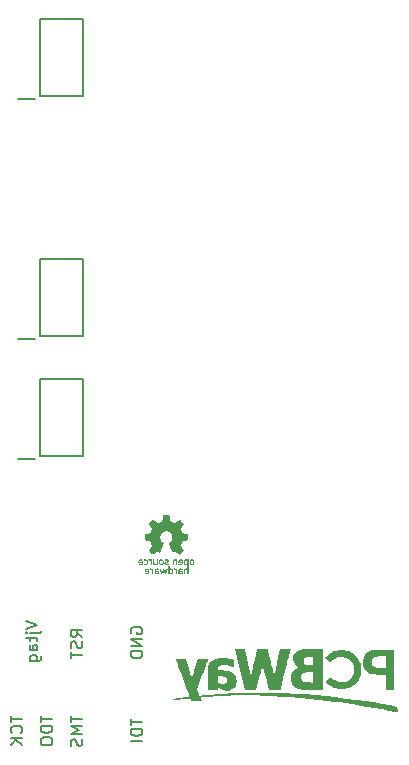
<source format=gbo>
G04 #@! TF.GenerationSoftware,KiCad,Pcbnew,7.0.1*
G04 #@! TF.CreationDate,2023-04-30T12:50:43-04:00*
G04 #@! TF.ProjectId,5v levelshifter board,3576206c-6576-4656-9c73-686966746572,rev?*
G04 #@! TF.SameCoordinates,Original*
G04 #@! TF.FileFunction,Legend,Bot*
G04 #@! TF.FilePolarity,Positive*
%FSLAX46Y46*%
G04 Gerber Fmt 4.6, Leading zero omitted, Abs format (unit mm)*
G04 Created by KiCad (PCBNEW 7.0.1) date 2023-04-30 12:50:43*
%MOMM*%
%LPD*%
G01*
G04 APERTURE LIST*
%ADD10C,0.150000*%
%ADD11C,0.200000*%
G04 APERTURE END LIST*
D10*
X128417619Y-146526238D02*
X128417619Y-147097666D01*
X129417619Y-146811952D02*
X128417619Y-146811952D01*
X129322380Y-148002428D02*
X129370000Y-147954809D01*
X129370000Y-147954809D02*
X129417619Y-147811952D01*
X129417619Y-147811952D02*
X129417619Y-147716714D01*
X129417619Y-147716714D02*
X129370000Y-147573857D01*
X129370000Y-147573857D02*
X129274761Y-147478619D01*
X129274761Y-147478619D02*
X129179523Y-147431000D01*
X129179523Y-147431000D02*
X128989047Y-147383381D01*
X128989047Y-147383381D02*
X128846190Y-147383381D01*
X128846190Y-147383381D02*
X128655714Y-147431000D01*
X128655714Y-147431000D02*
X128560476Y-147478619D01*
X128560476Y-147478619D02*
X128465238Y-147573857D01*
X128465238Y-147573857D02*
X128417619Y-147716714D01*
X128417619Y-147716714D02*
X128417619Y-147811952D01*
X128417619Y-147811952D02*
X128465238Y-147954809D01*
X128465238Y-147954809D02*
X128512857Y-148002428D01*
X129417619Y-148431000D02*
X128417619Y-148431000D01*
X129417619Y-149002428D02*
X128846190Y-148573857D01*
X128417619Y-149002428D02*
X128989047Y-148431000D01*
X130957619Y-146526238D02*
X130957619Y-147097666D01*
X131957619Y-146811952D02*
X130957619Y-146811952D01*
X131957619Y-147431000D02*
X130957619Y-147431000D01*
X130957619Y-147431000D02*
X130957619Y-147669095D01*
X130957619Y-147669095D02*
X131005238Y-147811952D01*
X131005238Y-147811952D02*
X131100476Y-147907190D01*
X131100476Y-147907190D02*
X131195714Y-147954809D01*
X131195714Y-147954809D02*
X131386190Y-148002428D01*
X131386190Y-148002428D02*
X131529047Y-148002428D01*
X131529047Y-148002428D02*
X131719523Y-147954809D01*
X131719523Y-147954809D02*
X131814761Y-147907190D01*
X131814761Y-147907190D02*
X131910000Y-147811952D01*
X131910000Y-147811952D02*
X131957619Y-147669095D01*
X131957619Y-147669095D02*
X131957619Y-147431000D01*
X130957619Y-148621476D02*
X130957619Y-148811952D01*
X130957619Y-148811952D02*
X131005238Y-148907190D01*
X131005238Y-148907190D02*
X131100476Y-149002428D01*
X131100476Y-149002428D02*
X131290952Y-149050047D01*
X131290952Y-149050047D02*
X131624285Y-149050047D01*
X131624285Y-149050047D02*
X131814761Y-149002428D01*
X131814761Y-149002428D02*
X131910000Y-148907190D01*
X131910000Y-148907190D02*
X131957619Y-148811952D01*
X131957619Y-148811952D02*
X131957619Y-148621476D01*
X131957619Y-148621476D02*
X131910000Y-148526238D01*
X131910000Y-148526238D02*
X131814761Y-148431000D01*
X131814761Y-148431000D02*
X131624285Y-148383381D01*
X131624285Y-148383381D02*
X131290952Y-148383381D01*
X131290952Y-148383381D02*
X131100476Y-148431000D01*
X131100476Y-148431000D02*
X131005238Y-148526238D01*
X131005238Y-148526238D02*
X130957619Y-148621476D01*
X133497619Y-146526238D02*
X133497619Y-147097666D01*
X134497619Y-146811952D02*
X133497619Y-146811952D01*
X134497619Y-147431000D02*
X133497619Y-147431000D01*
X133497619Y-147431000D02*
X134211904Y-147764333D01*
X134211904Y-147764333D02*
X133497619Y-148097666D01*
X133497619Y-148097666D02*
X134497619Y-148097666D01*
X134450000Y-148526238D02*
X134497619Y-148669095D01*
X134497619Y-148669095D02*
X134497619Y-148907190D01*
X134497619Y-148907190D02*
X134450000Y-149002428D01*
X134450000Y-149002428D02*
X134402380Y-149050047D01*
X134402380Y-149050047D02*
X134307142Y-149097666D01*
X134307142Y-149097666D02*
X134211904Y-149097666D01*
X134211904Y-149097666D02*
X134116666Y-149050047D01*
X134116666Y-149050047D02*
X134069047Y-149002428D01*
X134069047Y-149002428D02*
X134021428Y-148907190D01*
X134021428Y-148907190D02*
X133973809Y-148716714D01*
X133973809Y-148716714D02*
X133926190Y-148621476D01*
X133926190Y-148621476D02*
X133878571Y-148573857D01*
X133878571Y-148573857D02*
X133783333Y-148526238D01*
X133783333Y-148526238D02*
X133688095Y-148526238D01*
X133688095Y-148526238D02*
X133592857Y-148573857D01*
X133592857Y-148573857D02*
X133545238Y-148621476D01*
X133545238Y-148621476D02*
X133497619Y-148716714D01*
X133497619Y-148716714D02*
X133497619Y-148954809D01*
X133497619Y-148954809D02*
X133545238Y-149097666D01*
X138577619Y-146780238D02*
X138577619Y-147351666D01*
X139577619Y-147065952D02*
X138577619Y-147065952D01*
X139577619Y-147685000D02*
X138577619Y-147685000D01*
X138577619Y-147685000D02*
X138577619Y-147923095D01*
X138577619Y-147923095D02*
X138625238Y-148065952D01*
X138625238Y-148065952D02*
X138720476Y-148161190D01*
X138720476Y-148161190D02*
X138815714Y-148208809D01*
X138815714Y-148208809D02*
X139006190Y-148256428D01*
X139006190Y-148256428D02*
X139149047Y-148256428D01*
X139149047Y-148256428D02*
X139339523Y-148208809D01*
X139339523Y-148208809D02*
X139434761Y-148161190D01*
X139434761Y-148161190D02*
X139530000Y-148065952D01*
X139530000Y-148065952D02*
X139577619Y-147923095D01*
X139577619Y-147923095D02*
X139577619Y-147685000D01*
X139577619Y-148685000D02*
X138577619Y-148685000D01*
X138625238Y-139572904D02*
X138577619Y-139477666D01*
X138577619Y-139477666D02*
X138577619Y-139334809D01*
X138577619Y-139334809D02*
X138625238Y-139191952D01*
X138625238Y-139191952D02*
X138720476Y-139096714D01*
X138720476Y-139096714D02*
X138815714Y-139049095D01*
X138815714Y-139049095D02*
X139006190Y-139001476D01*
X139006190Y-139001476D02*
X139149047Y-139001476D01*
X139149047Y-139001476D02*
X139339523Y-139049095D01*
X139339523Y-139049095D02*
X139434761Y-139096714D01*
X139434761Y-139096714D02*
X139530000Y-139191952D01*
X139530000Y-139191952D02*
X139577619Y-139334809D01*
X139577619Y-139334809D02*
X139577619Y-139430047D01*
X139577619Y-139430047D02*
X139530000Y-139572904D01*
X139530000Y-139572904D02*
X139482380Y-139620523D01*
X139482380Y-139620523D02*
X139149047Y-139620523D01*
X139149047Y-139620523D02*
X139149047Y-139430047D01*
X139577619Y-140049095D02*
X138577619Y-140049095D01*
X138577619Y-140049095D02*
X139577619Y-140620523D01*
X139577619Y-140620523D02*
X138577619Y-140620523D01*
X139577619Y-141096714D02*
X138577619Y-141096714D01*
X138577619Y-141096714D02*
X138577619Y-141334809D01*
X138577619Y-141334809D02*
X138625238Y-141477666D01*
X138625238Y-141477666D02*
X138720476Y-141572904D01*
X138720476Y-141572904D02*
X138815714Y-141620523D01*
X138815714Y-141620523D02*
X139006190Y-141668142D01*
X139006190Y-141668142D02*
X139149047Y-141668142D01*
X139149047Y-141668142D02*
X139339523Y-141620523D01*
X139339523Y-141620523D02*
X139434761Y-141572904D01*
X139434761Y-141572904D02*
X139530000Y-141477666D01*
X139530000Y-141477666D02*
X139577619Y-141334809D01*
X139577619Y-141334809D02*
X139577619Y-141096714D01*
X134497619Y-139874523D02*
X134021428Y-139541190D01*
X134497619Y-139303095D02*
X133497619Y-139303095D01*
X133497619Y-139303095D02*
X133497619Y-139684047D01*
X133497619Y-139684047D02*
X133545238Y-139779285D01*
X133545238Y-139779285D02*
X133592857Y-139826904D01*
X133592857Y-139826904D02*
X133688095Y-139874523D01*
X133688095Y-139874523D02*
X133830952Y-139874523D01*
X133830952Y-139874523D02*
X133926190Y-139826904D01*
X133926190Y-139826904D02*
X133973809Y-139779285D01*
X133973809Y-139779285D02*
X134021428Y-139684047D01*
X134021428Y-139684047D02*
X134021428Y-139303095D01*
X134450000Y-140255476D02*
X134497619Y-140398333D01*
X134497619Y-140398333D02*
X134497619Y-140636428D01*
X134497619Y-140636428D02*
X134450000Y-140731666D01*
X134450000Y-140731666D02*
X134402380Y-140779285D01*
X134402380Y-140779285D02*
X134307142Y-140826904D01*
X134307142Y-140826904D02*
X134211904Y-140826904D01*
X134211904Y-140826904D02*
X134116666Y-140779285D01*
X134116666Y-140779285D02*
X134069047Y-140731666D01*
X134069047Y-140731666D02*
X134021428Y-140636428D01*
X134021428Y-140636428D02*
X133973809Y-140445952D01*
X133973809Y-140445952D02*
X133926190Y-140350714D01*
X133926190Y-140350714D02*
X133878571Y-140303095D01*
X133878571Y-140303095D02*
X133783333Y-140255476D01*
X133783333Y-140255476D02*
X133688095Y-140255476D01*
X133688095Y-140255476D02*
X133592857Y-140303095D01*
X133592857Y-140303095D02*
X133545238Y-140350714D01*
X133545238Y-140350714D02*
X133497619Y-140445952D01*
X133497619Y-140445952D02*
X133497619Y-140684047D01*
X133497619Y-140684047D02*
X133545238Y-140826904D01*
X133497619Y-141112619D02*
X133497619Y-141684047D01*
X134497619Y-141398333D02*
X133497619Y-141398333D01*
X129687619Y-138525238D02*
X130687619Y-138858571D01*
X130687619Y-138858571D02*
X129687619Y-139191904D01*
X130020952Y-139525238D02*
X130878095Y-139525238D01*
X130878095Y-139525238D02*
X130973333Y-139477619D01*
X130973333Y-139477619D02*
X131020952Y-139382381D01*
X131020952Y-139382381D02*
X131020952Y-139334762D01*
X129687619Y-139525238D02*
X129735238Y-139477619D01*
X129735238Y-139477619D02*
X129782857Y-139525238D01*
X129782857Y-139525238D02*
X129735238Y-139572857D01*
X129735238Y-139572857D02*
X129687619Y-139525238D01*
X129687619Y-139525238D02*
X129782857Y-139525238D01*
X130020952Y-139858571D02*
X130020952Y-140239523D01*
X129687619Y-140001428D02*
X130544761Y-140001428D01*
X130544761Y-140001428D02*
X130640000Y-140049047D01*
X130640000Y-140049047D02*
X130687619Y-140144285D01*
X130687619Y-140144285D02*
X130687619Y-140239523D01*
X130687619Y-141001428D02*
X130163809Y-141001428D01*
X130163809Y-141001428D02*
X130068571Y-140953809D01*
X130068571Y-140953809D02*
X130020952Y-140858571D01*
X130020952Y-140858571D02*
X130020952Y-140668095D01*
X130020952Y-140668095D02*
X130068571Y-140572857D01*
X130640000Y-141001428D02*
X130687619Y-140906190D01*
X130687619Y-140906190D02*
X130687619Y-140668095D01*
X130687619Y-140668095D02*
X130640000Y-140572857D01*
X130640000Y-140572857D02*
X130544761Y-140525238D01*
X130544761Y-140525238D02*
X130449523Y-140525238D01*
X130449523Y-140525238D02*
X130354285Y-140572857D01*
X130354285Y-140572857D02*
X130306666Y-140668095D01*
X130306666Y-140668095D02*
X130306666Y-140906190D01*
X130306666Y-140906190D02*
X130259047Y-141001428D01*
X130020952Y-141906190D02*
X130830476Y-141906190D01*
X130830476Y-141906190D02*
X130925714Y-141858571D01*
X130925714Y-141858571D02*
X130973333Y-141810952D01*
X130973333Y-141810952D02*
X131020952Y-141715714D01*
X131020952Y-141715714D02*
X131020952Y-141572857D01*
X131020952Y-141572857D02*
X130973333Y-141477619D01*
X130640000Y-141906190D02*
X130687619Y-141810952D01*
X130687619Y-141810952D02*
X130687619Y-141620476D01*
X130687619Y-141620476D02*
X130640000Y-141525238D01*
X130640000Y-141525238D02*
X130592380Y-141477619D01*
X130592380Y-141477619D02*
X130497142Y-141430000D01*
X130497142Y-141430000D02*
X130211428Y-141430000D01*
X130211428Y-141430000D02*
X130116190Y-141477619D01*
X130116190Y-141477619D02*
X130068571Y-141525238D01*
X130068571Y-141525238D02*
X130020952Y-141620476D01*
X130020952Y-141620476D02*
X130020952Y-141810952D01*
X130020952Y-141810952D02*
X130068571Y-141906190D01*
D11*
X129040000Y-124785000D02*
X130515000Y-124785000D01*
X130865000Y-118035000D02*
X130865000Y-124535000D01*
X130865000Y-124535000D02*
X134565000Y-124535000D01*
X134565000Y-118035000D02*
X130865000Y-118035000D01*
X134565000Y-124535000D02*
X134565000Y-118035000D01*
X129040000Y-114625000D02*
X130515000Y-114625000D01*
X130865000Y-107875000D02*
X130865000Y-114375000D01*
X130865000Y-114375000D02*
X134565000Y-114375000D01*
X134565000Y-107875000D02*
X130865000Y-107875000D01*
X134565000Y-114375000D02*
X134565000Y-107875000D01*
X129040000Y-94305000D02*
X130515000Y-94305000D01*
X130865000Y-87555000D02*
X130865000Y-94055000D01*
X130865000Y-94055000D02*
X134565000Y-94055000D01*
X134565000Y-87555000D02*
X130865000Y-87555000D01*
X134565000Y-94055000D02*
X134565000Y-87555000D01*
G36*
X140302677Y-134075800D02*
G01*
X140344860Y-134086756D01*
X140382837Y-134108210D01*
X140404705Y-134124889D01*
X140404705Y-134080492D01*
X140504729Y-134080492D01*
X140504729Y-134574364D01*
X140404705Y-134574364D01*
X140404695Y-134410261D01*
X140404662Y-134377446D01*
X140404441Y-134333757D01*
X140403930Y-134300000D01*
X140403036Y-134274591D01*
X140401665Y-134255944D01*
X140399723Y-134242474D01*
X140397118Y-134232595D01*
X140393755Y-134224722D01*
X140383847Y-134209290D01*
X140360113Y-134188292D01*
X140331121Y-134176753D01*
X140299599Y-134175525D01*
X140268272Y-134185462D01*
X140243794Y-134198221D01*
X140207699Y-134154346D01*
X140206920Y-134153397D01*
X140189951Y-134131992D01*
X140180510Y-134117879D01*
X140177623Y-134109283D01*
X140180315Y-134104426D01*
X140216343Y-134085579D01*
X140258950Y-134075391D01*
X140302677Y-134075800D01*
G37*
G36*
X142311188Y-134075965D02*
G01*
X142351323Y-134087909D01*
X142386490Y-134110115D01*
X142411448Y-134131479D01*
X142411448Y-134080492D01*
X142511473Y-134080492D01*
X142511473Y-134574364D01*
X142411448Y-134574364D01*
X142411448Y-134413148D01*
X142411443Y-134391833D01*
X142411343Y-134347135D01*
X142411020Y-134312579D01*
X142410349Y-134286483D01*
X142409203Y-134267165D01*
X142407459Y-134252943D01*
X142404991Y-134242136D01*
X142401674Y-134233062D01*
X142397382Y-134224039D01*
X142383404Y-134203807D01*
X142358789Y-134184808D01*
X142329661Y-134175030D01*
X142298927Y-134175323D01*
X142269490Y-134186539D01*
X142249436Y-134198766D01*
X142214789Y-134157025D01*
X142208301Y-134149116D01*
X142193896Y-134130800D01*
X142183890Y-134116956D01*
X142180141Y-134110103D01*
X142183363Y-134106371D01*
X142195279Y-134098697D01*
X142212962Y-134089643D01*
X142226396Y-134084084D01*
X142268680Y-134074588D01*
X142311188Y-134075965D01*
G37*
G36*
X140210005Y-133298593D02*
G01*
X140242825Y-133313131D01*
X140268031Y-133334542D01*
X140268815Y-133335481D01*
X140274088Y-133339819D01*
X140277196Y-133335413D01*
X140279674Y-133320400D01*
X140282800Y-133295924D01*
X140334375Y-133294108D01*
X140385950Y-133292293D01*
X140385950Y-133793427D01*
X140334375Y-133791611D01*
X140282800Y-133789796D01*
X140279674Y-133617878D01*
X140279187Y-133591424D01*
X140278170Y-133543364D01*
X140276942Y-133505612D01*
X140275209Y-133476674D01*
X140272680Y-133455055D01*
X140269060Y-133439263D01*
X140264057Y-133427801D01*
X140257378Y-133419178D01*
X140248730Y-133411898D01*
X140237820Y-133404468D01*
X140221225Y-133397232D01*
X140194115Y-133393181D01*
X140165425Y-133395096D01*
X140140488Y-133403054D01*
X140120703Y-133413286D01*
X140096691Y-133385863D01*
X140086917Y-133374505D01*
X140071626Y-133356055D01*
X140060480Y-133341784D01*
X140048280Y-133325129D01*
X140068842Y-133312421D01*
X140096317Y-133299594D01*
X140133705Y-133291486D01*
X140172616Y-133291265D01*
X140210005Y-133298593D01*
G37*
G36*
X140837908Y-133294113D02*
G01*
X140889199Y-133295924D01*
X140889167Y-133480344D01*
X140889165Y-133486771D01*
X140889114Y-133538487D01*
X140888920Y-133579436D01*
X140888477Y-133611183D01*
X140887682Y-133635292D01*
X140886431Y-133653328D01*
X140884617Y-133666855D01*
X140882138Y-133677436D01*
X140878889Y-133686638D01*
X140874765Y-133696022D01*
X140865605Y-133713573D01*
X140837353Y-133749845D01*
X140801198Y-133776638D01*
X140757917Y-133793307D01*
X140748313Y-133795289D01*
X140706678Y-133796291D01*
X140664252Y-133785917D01*
X140623301Y-133764650D01*
X140592251Y-133743754D01*
X140592251Y-133792921D01*
X140492226Y-133792921D01*
X140492226Y-133292798D01*
X140592251Y-133292798D01*
X140592251Y-133454014D01*
X140592256Y-133475468D01*
X140592356Y-133520131D01*
X140592679Y-133554655D01*
X140593351Y-133580721D01*
X140594496Y-133600008D01*
X140596241Y-133614197D01*
X140598709Y-133624969D01*
X140602026Y-133634003D01*
X140606317Y-133642980D01*
X140610968Y-133651387D01*
X140631686Y-133675627D01*
X140658805Y-133689554D01*
X140693485Y-133693845D01*
X140698369Y-133693738D01*
X140726247Y-133689097D01*
X140748879Y-133676186D01*
X140770033Y-133652994D01*
X140772169Y-133649993D01*
X140775555Y-133643882D01*
X140778186Y-133635918D01*
X140780181Y-133624580D01*
X140781658Y-133608346D01*
X140782737Y-133585694D01*
X140783537Y-133555104D01*
X140784174Y-133515054D01*
X140784770Y-133464023D01*
X140786616Y-133292302D01*
X140837908Y-133294113D01*
G37*
G36*
X142346162Y-133295800D02*
G01*
X142379466Y-133308183D01*
X142405345Y-133327339D01*
X142414651Y-133336500D01*
X142424149Y-133341696D01*
X142428904Y-133335629D01*
X142430203Y-133317804D01*
X142430203Y-133292798D01*
X142530228Y-133292798D01*
X142530228Y-133792921D01*
X142431110Y-133792921D01*
X142429094Y-133625693D01*
X142428639Y-133589193D01*
X142428001Y-133546886D01*
X142427245Y-133514355D01*
X142426232Y-133490000D01*
X142424821Y-133472222D01*
X142422873Y-133459420D01*
X142420248Y-133449994D01*
X142416807Y-133442343D01*
X142412408Y-133434869D01*
X142409596Y-133430537D01*
X142389343Y-133408786D01*
X142363559Y-133396614D01*
X142329891Y-133392823D01*
X142297499Y-133396765D01*
X142271129Y-133409841D01*
X142251319Y-133432742D01*
X142247962Y-133439182D01*
X142245067Y-133447755D01*
X142242791Y-133459551D01*
X142241011Y-133476116D01*
X142239606Y-133498997D01*
X142238451Y-133529741D01*
X142237425Y-133569895D01*
X142236405Y-133621004D01*
X142233280Y-133789796D01*
X142181213Y-133791619D01*
X142129147Y-133793443D01*
X142131201Y-133607199D01*
X142131230Y-133604587D01*
X142131854Y-133551735D01*
X142132503Y-133509759D01*
X142133296Y-133477104D01*
X142134349Y-133452211D01*
X142135782Y-133433524D01*
X142137711Y-133419486D01*
X142140255Y-133408541D01*
X142143530Y-133399130D01*
X142147656Y-133389697D01*
X142166194Y-133357025D01*
X142192145Y-133329184D01*
X142227028Y-133306819D01*
X142234898Y-133303112D01*
X142270558Y-133292882D01*
X142308753Y-133290572D01*
X142346162Y-133295800D01*
G37*
G36*
X143019271Y-133499099D02*
G01*
X143020636Y-133507424D01*
X143022203Y-133559975D01*
X143016932Y-133611625D01*
X143004793Y-133660000D01*
X142985756Y-133702730D01*
X142959791Y-133737443D01*
X142936627Y-133756949D01*
X142897548Y-133778874D01*
X142854484Y-133792715D01*
X142826693Y-133795811D01*
X142788059Y-133794766D01*
X142748420Y-133789114D01*
X142713299Y-133779376D01*
X142699327Y-133773062D01*
X142674128Y-133758007D01*
X142652143Y-133740966D01*
X142623651Y-133714777D01*
X142659512Y-133685185D01*
X142667670Y-133678494D01*
X142683416Y-133666362D01*
X142693562Y-133660842D01*
X142700879Y-133660788D01*
X142708136Y-133665052D01*
X142711204Y-133667275D01*
X142748821Y-133687592D01*
X142788693Y-133697834D01*
X142828191Y-133697639D01*
X142864686Y-133686645D01*
X142889884Y-133668031D01*
X142909138Y-133639670D01*
X142920468Y-133603812D01*
X142924641Y-133580369D01*
X142611498Y-133580369D01*
X142611545Y-133541297D01*
X142612040Y-133516930D01*
X142613854Y-133499099D01*
X142717774Y-133499099D01*
X142923762Y-133499099D01*
X142920094Y-133478781D01*
X142913204Y-133453361D01*
X142896984Y-133422597D01*
X142874701Y-133400720D01*
X142858629Y-133392794D01*
X142828501Y-133386741D01*
X142796586Y-133388494D01*
X142767844Y-133398170D01*
X142752805Y-133409653D01*
X142735333Y-133431635D01*
X142722661Y-133457179D01*
X142717774Y-133481328D01*
X142717774Y-133499099D01*
X142613854Y-133499099D01*
X142617486Y-133463407D01*
X142629400Y-133418594D01*
X142648352Y-133380759D01*
X142674910Y-133348165D01*
X142702283Y-133325489D01*
X142743213Y-133304044D01*
X142787552Y-133292312D01*
X142833093Y-133290332D01*
X142877628Y-133298143D01*
X142918948Y-133315782D01*
X142954848Y-133343288D01*
X142975202Y-133368073D01*
X142997106Y-133409101D01*
X143012260Y-133456342D01*
X143019271Y-133499099D01*
G37*
G36*
X140167129Y-134280541D02*
G01*
X140167285Y-134281349D01*
X140168331Y-134292044D01*
X140169412Y-134347588D01*
X140163479Y-134400463D01*
X140151012Y-134447828D01*
X140132494Y-134486842D01*
X140117636Y-134508242D01*
X140091727Y-134535475D01*
X140060432Y-134555912D01*
X140020235Y-134572229D01*
X139998192Y-134577181D01*
X139962098Y-134579604D01*
X139922906Y-134577480D01*
X139885380Y-134571135D01*
X139854284Y-134560895D01*
X139848193Y-134557955D01*
X139827075Y-134545974D01*
X139806587Y-134532124D01*
X139789302Y-134518394D01*
X139777791Y-134506774D01*
X139774626Y-134499256D01*
X139774699Y-134499097D01*
X139780529Y-134492625D01*
X139793223Y-134480762D01*
X139810172Y-134465952D01*
X139843920Y-134437278D01*
X139862163Y-134452629D01*
X139883700Y-134466108D01*
X139913946Y-134477553D01*
X139945689Y-134483929D01*
X139973433Y-134483702D01*
X140006551Y-134472814D01*
X140034754Y-134452784D01*
X140055044Y-134425845D01*
X140065277Y-134394091D01*
X140068768Y-134368063D01*
X139759223Y-134368063D01*
X139761949Y-134296836D01*
X139762147Y-134291763D01*
X139762719Y-134280541D01*
X139861133Y-134280541D01*
X140068768Y-134280541D01*
X140065277Y-134254513D01*
X140056081Y-134223679D01*
X140036720Y-134197012D01*
X140009121Y-134178467D01*
X139974917Y-134169577D01*
X139956192Y-134169240D01*
X139923592Y-134177018D01*
X139896900Y-134195292D01*
X139877057Y-134223287D01*
X139865005Y-134260224D01*
X139861133Y-134280541D01*
X139762719Y-134280541D01*
X139763720Y-134260901D01*
X139766051Y-134238369D01*
X139769895Y-134220495D01*
X139776006Y-134203609D01*
X139785140Y-134184040D01*
X139807066Y-134148225D01*
X139840135Y-134114336D01*
X139880076Y-134090766D01*
X139926448Y-134077762D01*
X139978808Y-134075572D01*
X139985076Y-134076027D01*
X140033579Y-134085742D01*
X140075299Y-134105773D01*
X140109883Y-134135736D01*
X140136977Y-134175243D01*
X140156229Y-134223909D01*
X140167129Y-134280541D01*
G37*
G36*
X139628722Y-133499099D02*
G01*
X139628762Y-133499472D01*
X139630054Y-133535519D01*
X139629451Y-133573025D01*
X139626988Y-133607379D01*
X139622700Y-133633969D01*
X139610097Y-133672741D01*
X139585702Y-133716724D01*
X139552952Y-133751624D01*
X139512212Y-133777074D01*
X139463848Y-133792708D01*
X139460870Y-133793295D01*
X139406895Y-133797426D01*
X139353548Y-133789787D01*
X139303082Y-133770941D01*
X139257750Y-133741447D01*
X139251269Y-133735882D01*
X139240090Y-133724868D01*
X139235667Y-133718207D01*
X139235698Y-133717966D01*
X139240789Y-133711179D01*
X139252907Y-133699098D01*
X139269612Y-133684170D01*
X139303557Y-133655169D01*
X139326184Y-133670524D01*
X139329735Y-133672850D01*
X139350897Y-133684624D01*
X139371045Y-133693217D01*
X139380905Y-133695786D01*
X139408319Y-133698513D01*
X139437851Y-133696956D01*
X139464746Y-133691555D01*
X139484250Y-133682748D01*
X139499816Y-133666790D01*
X139514510Y-133643823D01*
X139525297Y-133619144D01*
X139529489Y-133597799D01*
X139529489Y-133580369D01*
X139221814Y-133580369D01*
X139224378Y-133510039D01*
X139225152Y-133499099D01*
X139321797Y-133499099D01*
X139529489Y-133499099D01*
X139529489Y-133481328D01*
X139526450Y-133462786D01*
X139515235Y-133437124D01*
X139498563Y-133413933D01*
X139479419Y-133398170D01*
X139478520Y-133397698D01*
X139454303Y-133389620D01*
X139425798Y-133386571D01*
X139418949Y-133386768D01*
X139385333Y-133394359D01*
X139357972Y-133412311D01*
X139337886Y-133439713D01*
X139326091Y-133475656D01*
X139321797Y-133499099D01*
X139225152Y-133499099D01*
X139227583Y-133464718D01*
X139234361Y-133427731D01*
X139245730Y-133397451D01*
X139262751Y-133371071D01*
X139286484Y-133345789D01*
X139324084Y-133317394D01*
X139368904Y-133297477D01*
X139416608Y-133289200D01*
X139465733Y-133292995D01*
X139508329Y-133306291D01*
X139548831Y-133330633D01*
X139581761Y-133364780D01*
X139606894Y-133408495D01*
X139624006Y-133461537D01*
X139625540Y-133469494D01*
X139628722Y-133499099D01*
G37*
G36*
X139868871Y-133292238D02*
G01*
X139906992Y-133301047D01*
X139953834Y-133321097D01*
X139992027Y-133350091D01*
X140021702Y-133388168D01*
X140042990Y-133435468D01*
X140056022Y-133492132D01*
X140059813Y-133546952D01*
X140055257Y-133601558D01*
X140042680Y-133652106D01*
X140022645Y-133696354D01*
X139995717Y-133732062D01*
X139989313Y-133738200D01*
X139956202Y-133762577D01*
X139917916Y-133781771D01*
X139880003Y-133792867D01*
X139856022Y-133796394D01*
X139828330Y-133797908D01*
X139803099Y-133795074D01*
X139774799Y-133787619D01*
X139762987Y-133783538D01*
X139727908Y-133767273D01*
X139695545Y-133746747D01*
X139670743Y-133724882D01*
X139663316Y-133715808D01*
X139662768Y-133708513D01*
X139670743Y-133698459D01*
X139674378Y-133694658D01*
X139688995Y-133681044D01*
X139705962Y-133666782D01*
X139729272Y-133648296D01*
X139751727Y-133665423D01*
X139756668Y-133669027D01*
X139790678Y-133686417D01*
X139826569Y-133693831D01*
X139862033Y-133691672D01*
X139894765Y-133680349D01*
X139922459Y-133660264D01*
X139942808Y-133631825D01*
X139943576Y-133630244D01*
X139950531Y-133613391D01*
X139954699Y-133595822D01*
X139956716Y-133573618D01*
X139957216Y-133542860D01*
X139957177Y-133533915D01*
X139956349Y-133506334D01*
X139953925Y-133486228D01*
X139949215Y-133469631D01*
X139941532Y-133452574D01*
X139924896Y-133427155D01*
X139900032Y-133406800D01*
X139868211Y-133395986D01*
X139828239Y-133394096D01*
X139816983Y-133394829D01*
X139794422Y-133398086D01*
X139776471Y-133404754D01*
X139757473Y-133416636D01*
X139728664Y-133436942D01*
X139705658Y-133418697D01*
X139699917Y-133414039D01*
X139683153Y-133399426D01*
X139670684Y-133387195D01*
X139668840Y-133385144D01*
X139662560Y-133376479D01*
X139663929Y-133369261D01*
X139673449Y-133358254D01*
X139676187Y-133355425D01*
X139706986Y-133330751D01*
X139745070Y-133309886D01*
X139785764Y-133295443D01*
X139795832Y-133292973D01*
X139819491Y-133288847D01*
X139841570Y-133288690D01*
X139868871Y-133292238D01*
G37*
G36*
X143980584Y-133542860D02*
G01*
X143980576Y-133546846D01*
X143978389Y-133600644D01*
X143971887Y-133644692D01*
X143960432Y-133681065D01*
X143943383Y-133711840D01*
X143920101Y-133739091D01*
X143904543Y-133753032D01*
X143863530Y-133778863D01*
X143818542Y-133793036D01*
X143783314Y-133795788D01*
X143742745Y-133793121D01*
X143705517Y-133785277D01*
X143679930Y-133774783D01*
X143642903Y-133749732D01*
X143611822Y-133716289D01*
X143589305Y-133676896D01*
X143584959Y-133663802D01*
X143578969Y-133632798D01*
X143575166Y-133594595D01*
X143573555Y-133552443D01*
X143573688Y-133542622D01*
X143674396Y-133542622D01*
X143675009Y-133571827D01*
X143678610Y-133611015D01*
X143685818Y-133640494D01*
X143697071Y-133661791D01*
X143712807Y-133676431D01*
X143712842Y-133676454D01*
X143742699Y-133689496D01*
X143775910Y-133693697D01*
X143808383Y-133689083D01*
X143836031Y-133675678D01*
X143845491Y-133668094D01*
X143858977Y-133653574D01*
X143868170Y-133636180D01*
X143873813Y-133613524D01*
X143876653Y-133583214D01*
X143877434Y-133542860D01*
X143877432Y-133539198D01*
X143877118Y-133506228D01*
X143876024Y-133482807D01*
X143873802Y-133466236D01*
X143870107Y-133453818D01*
X143864593Y-133442856D01*
X143849118Y-133422609D01*
X143823291Y-133403528D01*
X143793772Y-133393446D01*
X143763039Y-133392361D01*
X143733569Y-133400271D01*
X143707838Y-133417171D01*
X143688325Y-133443059D01*
X143682672Y-133455271D01*
X143678343Y-133469273D01*
X143675811Y-133486421D01*
X143674641Y-133509832D01*
X143674396Y-133542622D01*
X143573688Y-133542622D01*
X143574137Y-133509595D01*
X143576916Y-133469300D01*
X143581894Y-133434811D01*
X143589074Y-133409377D01*
X143598503Y-133389878D01*
X143625757Y-133352228D01*
X143660129Y-133322967D01*
X143699824Y-133302456D01*
X143743045Y-133291056D01*
X143787997Y-133289129D01*
X143832884Y-133297034D01*
X143875911Y-133315134D01*
X143915281Y-133343789D01*
X143924752Y-133352975D01*
X143946751Y-133379849D01*
X143962622Y-133410103D01*
X143973076Y-133445908D01*
X143978826Y-133489437D01*
X143980584Y-133542860D01*
G37*
G36*
X141381386Y-133542622D02*
G01*
X141380888Y-133573596D01*
X141377346Y-133616582D01*
X141371019Y-133654055D01*
X141361937Y-133682669D01*
X141338952Y-133720762D01*
X141305511Y-133754331D01*
X141264831Y-133778832D01*
X141218744Y-133792858D01*
X141208955Y-133794265D01*
X141169030Y-133795441D01*
X141128786Y-133790546D01*
X141094142Y-133780182D01*
X141068385Y-133765797D01*
X141036608Y-133739539D01*
X141009630Y-133708013D01*
X140991189Y-133675035D01*
X140987326Y-133664799D01*
X140982857Y-133649735D01*
X140979882Y-133633039D01*
X140978102Y-133611993D01*
X140977216Y-133583881D01*
X140976924Y-133545986D01*
X140976927Y-133542860D01*
X141076745Y-133542860D01*
X141076952Y-133565778D01*
X141078744Y-133600510D01*
X141082992Y-133626462D01*
X141090436Y-133646017D01*
X141101813Y-133661558D01*
X141117864Y-133675466D01*
X141136824Y-133686316D01*
X141169867Y-133693735D01*
X141206407Y-133689881D01*
X141206645Y-133689820D01*
X141232325Y-133680895D01*
X141251516Y-133667919D01*
X141265038Y-133649248D01*
X141273710Y-133623237D01*
X141278352Y-133588243D01*
X141279783Y-133542622D01*
X141279607Y-133513170D01*
X141278570Y-133488809D01*
X141276222Y-133471081D01*
X141272129Y-133456870D01*
X141265854Y-133443059D01*
X141261791Y-133435788D01*
X141240656Y-133411670D01*
X141212357Y-133397473D01*
X141176229Y-133392823D01*
X141175513Y-133392825D01*
X141140830Y-133398568D01*
X141112112Y-133415289D01*
X141089586Y-133442856D01*
X141088985Y-133443891D01*
X141083655Y-133454874D01*
X141080112Y-133467566D01*
X141078011Y-133484662D01*
X141077004Y-133508861D01*
X141076745Y-133542860D01*
X140976927Y-133542860D01*
X140976939Y-133532509D01*
X140978012Y-133487476D01*
X140981176Y-133451867D01*
X140987068Y-133423289D01*
X140996324Y-133399350D01*
X141009579Y-133377655D01*
X141027471Y-133355813D01*
X141059808Y-133326796D01*
X141100034Y-133304438D01*
X141143285Y-133291922D01*
X141187743Y-133288968D01*
X141231586Y-133295294D01*
X141272998Y-133310621D01*
X141310157Y-133334667D01*
X141341246Y-133367152D01*
X141364445Y-133407796D01*
X141366595Y-133413404D01*
X141374498Y-133445000D01*
X141379494Y-133484460D01*
X141381614Y-133528440D01*
X141381386Y-133542622D01*
G37*
G36*
X142170722Y-134357486D02*
G01*
X142170604Y-134387999D01*
X142170114Y-134417442D01*
X142169103Y-134439143D01*
X142167385Y-134455095D01*
X142164777Y-134467291D01*
X142161093Y-134477724D01*
X142156149Y-134488388D01*
X142152195Y-134495791D01*
X142128698Y-134527005D01*
X142098343Y-134553135D01*
X142065205Y-134570505D01*
X142059798Y-134572243D01*
X142034846Y-134577683D01*
X142010022Y-134580122D01*
X141998513Y-134579651D01*
X141970922Y-134574859D01*
X141942695Y-134566148D01*
X141918205Y-134555019D01*
X141901829Y-134542975D01*
X141897352Y-134538290D01*
X141887225Y-134531470D01*
X141881726Y-134536086D01*
X141880068Y-134552483D01*
X141880068Y-134574364D01*
X141780043Y-134574364D01*
X141780043Y-134327428D01*
X141883195Y-134327428D01*
X141883196Y-134329233D01*
X141884024Y-134371573D01*
X141886879Y-134403550D01*
X141892463Y-134427164D01*
X141901481Y-134444413D01*
X141914637Y-134457296D01*
X141932635Y-134467811D01*
X141952996Y-134475832D01*
X141983773Y-134479449D01*
X142016549Y-134472097D01*
X142022719Y-134469566D01*
X142043569Y-134454740D01*
X142058700Y-134431685D01*
X142068397Y-134399552D01*
X142072944Y-134357486D01*
X142072628Y-134304638D01*
X142070138Y-134269000D01*
X142065555Y-134238902D01*
X142058972Y-134219312D01*
X142048224Y-134203578D01*
X142025335Y-134185411D01*
X141997788Y-134175724D01*
X141968338Y-134174486D01*
X141939741Y-134181665D01*
X141914751Y-134197231D01*
X141896125Y-134221152D01*
X141895206Y-134222958D01*
X141889997Y-134235206D01*
X141886524Y-134249052D01*
X141884453Y-134267222D01*
X141883454Y-134292439D01*
X141883195Y-134327428D01*
X141780043Y-134327428D01*
X141780043Y-133873665D01*
X141828492Y-133875491D01*
X141876942Y-133877317D01*
X141878637Y-134000785D01*
X141878732Y-134007201D01*
X141879580Y-134044317D01*
X141880807Y-134076464D01*
X141882305Y-134101758D01*
X141883967Y-134118315D01*
X141885686Y-134124253D01*
X141890460Y-134122273D01*
X141899620Y-134113881D01*
X141902474Y-134110796D01*
X141921595Y-134097342D01*
X141947867Y-134085674D01*
X141976917Y-134077443D01*
X142004373Y-134074302D01*
X142013717Y-134074433D01*
X142052895Y-134079481D01*
X142086270Y-134092925D01*
X142117812Y-134116230D01*
X142133726Y-134131443D01*
X142146296Y-134146465D01*
X142155678Y-134162877D01*
X142162329Y-134182528D01*
X142166705Y-134207270D01*
X142169265Y-134238955D01*
X142170466Y-134279432D01*
X142170764Y-134330554D01*
X142170756Y-134348820D01*
X142170722Y-134357486D01*
G37*
G36*
X141676034Y-133289672D02*
G01*
X141703052Y-133294969D01*
X141748806Y-133310908D01*
X141784404Y-133334083D01*
X141809811Y-133364461D01*
X141824994Y-133402007D01*
X141829918Y-133446686D01*
X141829589Y-133454215D01*
X141825491Y-133479819D01*
X141818240Y-133502225D01*
X141812293Y-133513849D01*
X141794563Y-133537793D01*
X141770917Y-133556253D01*
X141739764Y-133570022D01*
X141699509Y-133579892D01*
X141648561Y-133586656D01*
X141630634Y-133588527D01*
X141596289Y-133593525D01*
X141572082Y-133599940D01*
X141556351Y-133608542D01*
X141547435Y-133620105D01*
X141543673Y-133635399D01*
X141543821Y-133651094D01*
X141552321Y-133672300D01*
X141571313Y-133687297D01*
X141600985Y-133696206D01*
X141641522Y-133699148D01*
X141643223Y-133699144D01*
X141687636Y-133695304D01*
X141726468Y-133683264D01*
X141764541Y-133661552D01*
X141792662Y-133642204D01*
X141826908Y-133672239D01*
X141828980Y-133674063D01*
X141845281Y-133688995D01*
X141856828Y-133700578D01*
X141861234Y-133706437D01*
X141860980Y-133707685D01*
X141853841Y-133716242D01*
X141838832Y-133728355D01*
X141818578Y-133742200D01*
X141795705Y-133755956D01*
X141772836Y-133767800D01*
X141751866Y-133776572D01*
X141723345Y-133786252D01*
X141698773Y-133792356D01*
X141686179Y-133794276D01*
X141635867Y-133796589D01*
X141587437Y-133790800D01*
X141542848Y-133777634D01*
X141504057Y-133757812D01*
X141473021Y-133732060D01*
X141451698Y-133701098D01*
X141443237Y-133673604D01*
X141440599Y-133637819D01*
X141444934Y-133601406D01*
X141456076Y-133569383D01*
X141457275Y-133567092D01*
X141472337Y-133544241D01*
X141491404Y-133526351D01*
X141516162Y-133512699D01*
X141548295Y-133502565D01*
X141589489Y-133495225D01*
X141641428Y-133489958D01*
X141641530Y-133489950D01*
X141667059Y-133486876D01*
X141690007Y-133482231D01*
X141705415Y-133477017D01*
X141718646Y-133467077D01*
X141728031Y-133449409D01*
X141727530Y-133429678D01*
X141717407Y-133410755D01*
X141697926Y-133395511D01*
X141678901Y-133389058D01*
X141647701Y-133386109D01*
X141612712Y-133388912D01*
X141577846Y-133397083D01*
X141547016Y-133410241D01*
X141512313Y-133429826D01*
X141483638Y-133396261D01*
X141482762Y-133395233D01*
X141468730Y-133378032D01*
X141458776Y-133364483D01*
X141455006Y-133357442D01*
X141455502Y-133355712D01*
X141463643Y-133347151D01*
X141479678Y-133335807D01*
X141500883Y-133323462D01*
X141524536Y-133311902D01*
X141547332Y-133303958D01*
X141580363Y-133296275D01*
X141616007Y-133290866D01*
X141649489Y-133288432D01*
X141676034Y-133289672D01*
G37*
G36*
X143018499Y-134427599D02*
G01*
X143019678Y-134441167D01*
X143014277Y-134475740D01*
X143005922Y-134495757D01*
X142982580Y-134527802D01*
X142949911Y-134553586D01*
X142909545Y-134571616D01*
X142884158Y-134577020D01*
X142849418Y-134579812D01*
X142814401Y-134578875D01*
X142785172Y-134574088D01*
X142783691Y-134573657D01*
X142762317Y-134564380D01*
X142742974Y-134551687D01*
X142724025Y-134535743D01*
X142724025Y-134574364D01*
X142616651Y-134574364D01*
X142618978Y-134402272D01*
X142724025Y-134402272D01*
X142724604Y-134416452D01*
X142729725Y-134444494D01*
X142739335Y-134465439D01*
X142752451Y-134476712D01*
X142755155Y-134477600D01*
X142773169Y-134480827D01*
X142798171Y-134482946D01*
X142825707Y-134483796D01*
X142851328Y-134483214D01*
X142870582Y-134481036D01*
X142878641Y-134478911D01*
X142901465Y-134466711D01*
X142916844Y-134448733D01*
X142923743Y-134427599D01*
X142921127Y-134405929D01*
X142907961Y-134386344D01*
X142901341Y-134380676D01*
X142893387Y-134376213D01*
X142882449Y-134373238D01*
X142866148Y-134371340D01*
X142842103Y-134370111D01*
X142807937Y-134369141D01*
X142724025Y-134367094D01*
X142724025Y-134402272D01*
X142618978Y-134402272D01*
X142619208Y-134385255D01*
X142619247Y-134382355D01*
X142620275Y-134321620D01*
X142621548Y-134272473D01*
X142623113Y-134234040D01*
X142625012Y-134205444D01*
X142627292Y-134185811D01*
X142629998Y-134174265D01*
X142643443Y-134146681D01*
X142668282Y-134117763D01*
X142702901Y-134095477D01*
X142712053Y-134091171D01*
X142729787Y-134084373D01*
X142748670Y-134079986D01*
X142772486Y-134077268D01*
X142805020Y-134075479D01*
X142831432Y-134074870D01*
X142875015Y-134077008D01*
X142910425Y-134084034D01*
X142940091Y-134096543D01*
X142966440Y-134115132D01*
X142977170Y-134124729D01*
X142988461Y-134136123D01*
X142992841Y-134142491D01*
X142992693Y-134143031D01*
X142986611Y-134149955D01*
X142973396Y-134161767D01*
X142955504Y-134176248D01*
X142918166Y-134205244D01*
X142902277Y-134190518D01*
X142893270Y-134183351D01*
X142874153Y-134174342D01*
X142848587Y-134169474D01*
X142813690Y-134168014D01*
X142798294Y-134168657D01*
X142768148Y-134174125D01*
X142744732Y-134184349D01*
X142730780Y-134198331D01*
X142728340Y-134205205D01*
X142725238Y-134223354D01*
X142724025Y-134245065D01*
X142724025Y-134279179D01*
X142816235Y-134281805D01*
X142859004Y-134283565D01*
X142893830Y-134286623D01*
X142920680Y-134291508D01*
X142941863Y-134298814D01*
X142959688Y-134309137D01*
X142976462Y-134323071D01*
X142987949Y-134335966D01*
X143005503Y-134367197D01*
X143016417Y-134403625D01*
X143018499Y-134427599D01*
G37*
G36*
X141013982Y-134425890D02*
G01*
X141014489Y-134448767D01*
X141004104Y-134487519D01*
X140983170Y-134521522D01*
X140952454Y-134549309D01*
X140912723Y-134569415D01*
X140912225Y-134569592D01*
X140881950Y-134576670D01*
X140845665Y-134579914D01*
X140809211Y-134579122D01*
X140778428Y-134574088D01*
X140776948Y-134573657D01*
X140755574Y-134564380D01*
X140736230Y-134551687D01*
X140717282Y-134535743D01*
X140717282Y-134574364D01*
X140617257Y-134574364D01*
X140617290Y-134398914D01*
X140717282Y-134398914D01*
X140717292Y-134401370D01*
X140720254Y-134433220D01*
X140728993Y-134455765D01*
X140744273Y-134471041D01*
X140745103Y-134471552D01*
X140760408Y-134477004D01*
X140783263Y-134481400D01*
X140809125Y-134484227D01*
X140833449Y-134484973D01*
X140851690Y-134483129D01*
X140860981Y-134480948D01*
X140878418Y-134477062D01*
X140897570Y-134468436D01*
X140912057Y-134450406D01*
X140917132Y-134425890D01*
X140917006Y-134420813D01*
X140914113Y-134401719D01*
X140906296Y-134387699D01*
X140892058Y-134378037D01*
X140869900Y-134372020D01*
X140838326Y-134368933D01*
X140795837Y-134368063D01*
X140717282Y-134368063D01*
X140717282Y-134398914D01*
X140617290Y-134398914D01*
X140617292Y-134388380D01*
X140617382Y-134353627D01*
X140617913Y-134299609D01*
X140618890Y-134253939D01*
X140620281Y-134217654D01*
X140622052Y-134191792D01*
X140624168Y-134177391D01*
X140625314Y-134173610D01*
X140640105Y-134145853D01*
X140664012Y-134120037D01*
X140694090Y-134098802D01*
X140727397Y-134084788D01*
X140747901Y-134080206D01*
X140787569Y-134075574D01*
X140830106Y-134074642D01*
X140870581Y-134077434D01*
X140904066Y-134083971D01*
X140908677Y-134085500D01*
X140928408Y-134094593D01*
X140949069Y-134107137D01*
X140967605Y-134120921D01*
X140980966Y-134133735D01*
X140986098Y-134143369D01*
X140985993Y-134143840D01*
X140980122Y-134150775D01*
X140967043Y-134162545D01*
X140949241Y-134176889D01*
X140943737Y-134181106D01*
X140926575Y-134193615D01*
X140915906Y-134199431D01*
X140909197Y-134199568D01*
X140903917Y-134195041D01*
X140893209Y-134185698D01*
X140868983Y-134174890D01*
X140838858Y-134168970D01*
X140806278Y-134167950D01*
X140774683Y-134171843D01*
X140747517Y-134180661D01*
X140728222Y-134194416D01*
X140724920Y-134198986D01*
X140719094Y-134216354D01*
X140717282Y-134243151D01*
X140717282Y-134279395D01*
X140809492Y-134281639D01*
X140819728Y-134281901D01*
X140855375Y-134283178D01*
X140881670Y-134284992D01*
X140901151Y-134287665D01*
X140916359Y-134291518D01*
X140929834Y-134296873D01*
X140964530Y-134318461D01*
X140991796Y-134348661D01*
X141008840Y-134385731D01*
X141013558Y-134406733D01*
X141013982Y-134425890D01*
G37*
G36*
X141375161Y-134081764D02*
G01*
X141413541Y-134083618D01*
X141467073Y-134250724D01*
X141469243Y-134257491D01*
X141483064Y-134300207D01*
X141495670Y-134338542D01*
X141506551Y-134370989D01*
X141515195Y-134396040D01*
X141521092Y-134412185D01*
X141523730Y-134417917D01*
X141525299Y-134414573D01*
X141529835Y-134400741D01*
X141536742Y-134377694D01*
X141545544Y-134347062D01*
X141555767Y-134310475D01*
X141566935Y-134269565D01*
X141574697Y-134240819D01*
X141585638Y-134200316D01*
X141595418Y-134164124D01*
X141603514Y-134134182D01*
X141609400Y-134112430D01*
X141612552Y-134100810D01*
X141618091Y-134080492D01*
X141670935Y-134080492D01*
X141680474Y-134080550D01*
X141702613Y-134081203D01*
X141718008Y-134082426D01*
X141723779Y-134084029D01*
X141723748Y-134084205D01*
X141721472Y-134091929D01*
X141715944Y-134109824D01*
X141707652Y-134136349D01*
X141697086Y-134169962D01*
X141684735Y-134209123D01*
X141671087Y-134252290D01*
X141656631Y-134297923D01*
X141641857Y-134344480D01*
X141627253Y-134390421D01*
X141613308Y-134434204D01*
X141600512Y-134474289D01*
X141589352Y-134509135D01*
X141580319Y-134537200D01*
X141573901Y-134556944D01*
X141570587Y-134566825D01*
X141570417Y-134567237D01*
X141563905Y-134571492D01*
X141548421Y-134573366D01*
X141522274Y-134573076D01*
X141476877Y-134571238D01*
X141427357Y-134404291D01*
X141425537Y-134398166D01*
X141412663Y-134355454D01*
X141400845Y-134317276D01*
X141390569Y-134285128D01*
X141382321Y-134260504D01*
X141376588Y-134244899D01*
X141373855Y-134239806D01*
X141373726Y-134239938D01*
X141370634Y-134247492D01*
X141364564Y-134265325D01*
X141356008Y-134291880D01*
X141345463Y-134325601D01*
X141333420Y-134364932D01*
X141320375Y-134408315D01*
X141270876Y-134574364D01*
X141180728Y-134574364D01*
X141140176Y-134447770D01*
X141128145Y-134410180D01*
X141111415Y-134357832D01*
X141094160Y-134303767D01*
X141077827Y-134252526D01*
X141063867Y-134208649D01*
X141063752Y-134208288D01*
X141052362Y-134172513D01*
X141042164Y-134140618D01*
X141033806Y-134114612D01*
X141027932Y-134096505D01*
X141025190Y-134088306D01*
X141025443Y-134085595D01*
X141032278Y-134082595D01*
X141048403Y-134080977D01*
X141075407Y-134080492D01*
X141077737Y-134080495D01*
X141106858Y-134081390D01*
X141124500Y-134083953D01*
X141131537Y-134088306D01*
X141133478Y-134094707D01*
X141138336Y-134111867D01*
X141145566Y-134137913D01*
X141154700Y-134171149D01*
X141165270Y-134209880D01*
X141176808Y-134252409D01*
X141187133Y-134290260D01*
X141197930Y-134329124D01*
X141207419Y-134362524D01*
X141215121Y-134388806D01*
X141220559Y-134406314D01*
X141223256Y-134413395D01*
X141223566Y-134413400D01*
X141227187Y-134406638D01*
X141233952Y-134389696D01*
X141243342Y-134364018D01*
X141254842Y-134331047D01*
X141267934Y-134292228D01*
X141282103Y-134249002D01*
X141336781Y-134079911D01*
X141375161Y-134081764D01*
G37*
G36*
X143486713Y-133555623D02*
G01*
X143486713Y-134574364D01*
X143387434Y-134574364D01*
X143385498Y-134407135D01*
X143385145Y-134377512D01*
X143384519Y-134333597D01*
X143383783Y-134299697D01*
X143382805Y-134274222D01*
X143381451Y-134255577D01*
X143379587Y-134242172D01*
X143377080Y-134232412D01*
X143373797Y-134224706D01*
X143369603Y-134217461D01*
X143368992Y-134216494D01*
X143348149Y-134194799D01*
X143320512Y-134180771D01*
X143289521Y-134175062D01*
X143258620Y-134178325D01*
X143231249Y-134191214D01*
X143220982Y-134199294D01*
X143212244Y-134208344D01*
X143205528Y-134219322D01*
X143200571Y-134233738D01*
X143197107Y-134253103D01*
X143194873Y-134278927D01*
X143193603Y-134312721D01*
X143193034Y-134355995D01*
X143192900Y-134410261D01*
X143192891Y-134574364D01*
X143092354Y-134574364D01*
X143094173Y-134382129D01*
X143094271Y-134371827D01*
X143094871Y-134316085D01*
X143095686Y-134271100D01*
X143096998Y-134235373D01*
X143099088Y-134207404D01*
X143102240Y-134185694D01*
X143106735Y-134168744D01*
X143112855Y-134155054D01*
X143120884Y-134143126D01*
X143131103Y-134131460D01*
X143143794Y-134118557D01*
X143158956Y-134105508D01*
X143194671Y-134085927D01*
X143234792Y-134075566D01*
X143276391Y-134074657D01*
X143316538Y-134083430D01*
X143352305Y-134102116D01*
X143354334Y-134103586D01*
X143368775Y-134113746D01*
X143378874Y-134120376D01*
X143379701Y-134120602D01*
X143381820Y-134117698D01*
X143383492Y-134108631D01*
X143384761Y-134092346D01*
X143385671Y-134067785D01*
X143386266Y-134033893D01*
X143386590Y-133989612D01*
X143386688Y-133933886D01*
X143386688Y-133742781D01*
X143353868Y-133764443D01*
X143338662Y-133773433D01*
X143313440Y-133785327D01*
X143291229Y-133792693D01*
X143260194Y-133796451D01*
X143218136Y-133791887D01*
X143179242Y-133776972D01*
X143145504Y-133752870D01*
X143118914Y-133720746D01*
X143101464Y-133681763D01*
X143100652Y-133678742D01*
X143096495Y-133654146D01*
X143093559Y-133620661D01*
X143091844Y-133581333D01*
X143091429Y-133545986D01*
X143196016Y-133545986D01*
X143196498Y-133584380D01*
X143198482Y-133616556D01*
X143202532Y-133640193D01*
X143209210Y-133657347D01*
X143219076Y-133670073D01*
X143232691Y-133680429D01*
X143249756Y-133688480D01*
X143279223Y-133694127D01*
X143309651Y-133692293D01*
X143337119Y-133683372D01*
X143357704Y-133667764D01*
X143363699Y-133659379D01*
X143375967Y-133631046D01*
X143383757Y-133595414D01*
X143387088Y-133555623D01*
X143385979Y-133514815D01*
X143380449Y-133476130D01*
X143370516Y-133442709D01*
X143356200Y-133417694D01*
X143347345Y-133407959D01*
X143336478Y-133400372D01*
X143321875Y-133396336D01*
X143299153Y-133394032D01*
X143276858Y-133393596D01*
X143246395Y-133399064D01*
X143223702Y-133412914D01*
X143207286Y-133435828D01*
X143202575Y-133447489D01*
X143199331Y-133461916D01*
X143197323Y-133481514D01*
X143196301Y-133508724D01*
X143196016Y-133545986D01*
X143091429Y-133545986D01*
X143091349Y-133539209D01*
X143092072Y-133497334D01*
X143094014Y-133458754D01*
X143097173Y-133426517D01*
X143101548Y-133403668D01*
X143108244Y-133384939D01*
X143129648Y-133349125D01*
X143158730Y-133321222D01*
X143193672Y-133301821D01*
X143232654Y-133291514D01*
X143273855Y-133290892D01*
X143315457Y-133300547D01*
X143355638Y-133321070D01*
X143386688Y-133341965D01*
X143386688Y-133292798D01*
X143486713Y-133292798D01*
X143486713Y-133555623D01*
G37*
G36*
X141634369Y-129579388D02*
G01*
X141690570Y-129579442D01*
X141736038Y-129579603D01*
X141771952Y-129579928D01*
X141799490Y-129580476D01*
X141819834Y-129581302D01*
X141834163Y-129582464D01*
X141843655Y-129584019D01*
X141849491Y-129586024D01*
X141852851Y-129588535D01*
X141854913Y-129591610D01*
X141855182Y-129592217D01*
X141858094Y-129602783D01*
X141862909Y-129624002D01*
X141869341Y-129654450D01*
X141877099Y-129692706D01*
X141885894Y-129737349D01*
X141895438Y-129786957D01*
X141905441Y-129840108D01*
X141907182Y-129849436D01*
X141917164Y-129901856D01*
X141926712Y-129950320D01*
X141935530Y-129993436D01*
X141943320Y-130029812D01*
X141949787Y-130058058D01*
X141954633Y-130076782D01*
X141957563Y-130084591D01*
X141959658Y-130086118D01*
X141972227Y-130092716D01*
X141993847Y-130102748D01*
X142022660Y-130115451D01*
X142056810Y-130130066D01*
X142094439Y-130145832D01*
X142133689Y-130161987D01*
X142172702Y-130177772D01*
X142209621Y-130192425D01*
X142242588Y-130205186D01*
X142269746Y-130215293D01*
X142289236Y-130221986D01*
X142299203Y-130224505D01*
X142302560Y-130223922D01*
X142315228Y-130218311D01*
X142335948Y-130206554D01*
X142365122Y-130188396D01*
X142403152Y-130163582D01*
X142450442Y-130131858D01*
X142507394Y-130092970D01*
X142524748Y-130081042D01*
X142574170Y-130047091D01*
X142614576Y-130019409D01*
X142646953Y-129997381D01*
X142672288Y-129980393D01*
X142691566Y-129967831D01*
X142705776Y-129959079D01*
X142715904Y-129953523D01*
X142722935Y-129950549D01*
X142727857Y-129949541D01*
X142731656Y-129949885D01*
X142735318Y-129950967D01*
X142740804Y-129954512D01*
X142754480Y-129966125D01*
X142774484Y-129984557D01*
X142799641Y-130008611D01*
X142828776Y-130037093D01*
X142860713Y-130068804D01*
X142894278Y-130102550D01*
X142928294Y-130137134D01*
X142961588Y-130171359D01*
X142992984Y-130204030D01*
X143021307Y-130233950D01*
X143045381Y-130259924D01*
X143064032Y-130280754D01*
X143076084Y-130295244D01*
X143080363Y-130302199D01*
X143080303Y-130302667D01*
X143075995Y-130311787D01*
X143065427Y-130329805D01*
X143049378Y-130355510D01*
X143028628Y-130387693D01*
X143003955Y-130425143D01*
X142976137Y-130466652D01*
X142945955Y-130511009D01*
X142943078Y-130515208D01*
X142903190Y-130573896D01*
X142870392Y-130623116D01*
X142844756Y-130662756D01*
X142826355Y-130692699D01*
X142815261Y-130712831D01*
X142811547Y-130723039D01*
X142812603Y-130729070D01*
X142818022Y-130746357D01*
X142827352Y-130771753D01*
X142839817Y-130803465D01*
X142854640Y-130839699D01*
X142871045Y-130878663D01*
X142888256Y-130918564D01*
X142905496Y-130957609D01*
X142921988Y-130994004D01*
X142936956Y-131025958D01*
X142949623Y-131051676D01*
X142959213Y-131069366D01*
X142964949Y-131077235D01*
X142972881Y-131080017D01*
X142991930Y-131084846D01*
X143020433Y-131091271D01*
X143056910Y-131098982D01*
X143099880Y-131107665D01*
X143147864Y-131117008D01*
X143199382Y-131126699D01*
X143247241Y-131135626D01*
X143295653Y-131144820D01*
X143339213Y-131153264D01*
X143376432Y-131160660D01*
X143405819Y-131166713D01*
X143425884Y-131171125D01*
X143435138Y-131173600D01*
X143449204Y-131179510D01*
X143449204Y-131429037D01*
X143449203Y-131437380D01*
X143449163Y-131498530D01*
X143449021Y-131548474D01*
X143448728Y-131588368D01*
X143448234Y-131619366D01*
X143447489Y-131642623D01*
X143446444Y-131659295D01*
X143445048Y-131670537D01*
X143443253Y-131677504D01*
X143441008Y-131681351D01*
X143438264Y-131683233D01*
X143429961Y-131685385D01*
X143410765Y-131689547D01*
X143382157Y-131695416D01*
X143345589Y-131702702D01*
X143302512Y-131711116D01*
X143254377Y-131720369D01*
X143202634Y-131730173D01*
X143173245Y-131735726D01*
X143115864Y-131746767D01*
X143069477Y-131756034D01*
X143033161Y-131763736D01*
X143005993Y-131770085D01*
X142987050Y-131775289D01*
X142975409Y-131779560D01*
X142970147Y-131783108D01*
X142969256Y-131784600D01*
X142963683Y-131796358D01*
X142954362Y-131817708D01*
X142941938Y-131847110D01*
X142927058Y-131883027D01*
X142910365Y-131923920D01*
X142892505Y-131968250D01*
X142876714Y-132008008D01*
X142857031Y-132058836D01*
X142842214Y-132098990D01*
X142832111Y-132128911D01*
X142826565Y-132149039D01*
X142825424Y-132159813D01*
X142828652Y-132167173D01*
X142838347Y-132184078D01*
X142853649Y-132208802D01*
X142873726Y-132240050D01*
X142897744Y-132276529D01*
X142924871Y-132316944D01*
X142954274Y-132360001D01*
X142980617Y-132398495D01*
X143007734Y-132438662D01*
X143031729Y-132474781D01*
X143051796Y-132505609D01*
X143067129Y-132529907D01*
X143076920Y-132546434D01*
X143080363Y-132553948D01*
X143080066Y-132554879D01*
X143073614Y-132563668D01*
X143059451Y-132579950D01*
X143038532Y-132602715D01*
X143011814Y-132630948D01*
X142980250Y-132663639D01*
X142944795Y-132699775D01*
X142906405Y-132738343D01*
X142878224Y-132766412D01*
X142837831Y-132806395D01*
X142804910Y-132838566D01*
X142778679Y-132863638D01*
X142758353Y-132882324D01*
X142743148Y-132895336D01*
X142732280Y-132903387D01*
X142724966Y-132907190D01*
X142720422Y-132907458D01*
X142714536Y-132904169D01*
X142699082Y-132894400D01*
X142675667Y-132879073D01*
X142645557Y-132859033D01*
X142610020Y-132835125D01*
X142570323Y-132808193D01*
X142527733Y-132779082D01*
X142491698Y-132754526D01*
X142451497Y-132727542D01*
X142415239Y-132703644D01*
X142384187Y-132683642D01*
X142359604Y-132668350D01*
X142342754Y-132658579D01*
X142334900Y-132655141D01*
X142331969Y-132655687D01*
X142318341Y-132660812D01*
X142297033Y-132670468D01*
X142270324Y-132683594D01*
X142240496Y-132699128D01*
X142227227Y-132706123D01*
X142198606Y-132720502D01*
X142174150Y-132731838D01*
X142156112Y-132739117D01*
X142146744Y-132741325D01*
X142144848Y-132740138D01*
X142140288Y-132733986D01*
X142133617Y-132722039D01*
X142124550Y-132703651D01*
X142112803Y-132678179D01*
X142098093Y-132644977D01*
X142080134Y-132603400D01*
X142058643Y-132552804D01*
X142033336Y-132492543D01*
X142003929Y-132421973D01*
X141970138Y-132340449D01*
X141952557Y-132297880D01*
X141925740Y-132232673D01*
X141900624Y-132171273D01*
X141877597Y-132114647D01*
X141857047Y-132063760D01*
X141839363Y-132019580D01*
X141824933Y-131983075D01*
X141814145Y-131955210D01*
X141807388Y-131936954D01*
X141805049Y-131929273D01*
X141805602Y-131926090D01*
X141814234Y-131913750D01*
X141831618Y-131900067D01*
X141835212Y-131897721D01*
X141854778Y-131884425D01*
X141878886Y-131867478D01*
X141903140Y-131849960D01*
X141940171Y-131820131D01*
X141995147Y-131763696D01*
X142040472Y-131700520D01*
X142075672Y-131631825D01*
X142100274Y-131558831D01*
X142113806Y-131482763D01*
X142115795Y-131404841D01*
X142105767Y-131326288D01*
X142101093Y-131305870D01*
X142076475Y-131232745D01*
X142041150Y-131164523D01*
X141996131Y-131102286D01*
X141942433Y-131047119D01*
X141881070Y-131000104D01*
X141813057Y-130962327D01*
X141739408Y-130934870D01*
X141719525Y-130929961D01*
X141670764Y-130922619D01*
X141616556Y-130919439D01*
X141561210Y-130920421D01*
X141509035Y-130925565D01*
X141464340Y-130934870D01*
X141418361Y-130950173D01*
X141355513Y-130979533D01*
X141297811Y-131017993D01*
X141242411Y-131067248D01*
X141234356Y-131075386D01*
X141197607Y-131115485D01*
X141168888Y-131153186D01*
X141145897Y-131191811D01*
X141126331Y-131234684D01*
X141104609Y-131300314D01*
X141090542Y-131377516D01*
X141088158Y-131454636D01*
X141097126Y-131530501D01*
X141117114Y-131603939D01*
X141147787Y-131673777D01*
X141188816Y-131738842D01*
X141239867Y-131797961D01*
X141300608Y-131849960D01*
X141306316Y-131854131D01*
X141330940Y-131871793D01*
X141354344Y-131888132D01*
X141372130Y-131900067D01*
X141378343Y-131904321D01*
X141393241Y-131917847D01*
X141398699Y-131929273D01*
X141397763Y-131932824D01*
X141392597Y-131947276D01*
X141383257Y-131971694D01*
X141370131Y-132005111D01*
X141353607Y-132046561D01*
X141334073Y-132095076D01*
X141311919Y-132149689D01*
X141287531Y-132209434D01*
X141261299Y-132273343D01*
X141233610Y-132340449D01*
X141212065Y-132392472D01*
X141181033Y-132467107D01*
X141154210Y-132531190D01*
X141131309Y-132585365D01*
X141112049Y-132630276D01*
X141096143Y-132666569D01*
X141083309Y-132694888D01*
X141073262Y-132715879D01*
X141065719Y-132730185D01*
X141060394Y-132738452D01*
X141057004Y-132741325D01*
X141054113Y-132741047D01*
X141040671Y-132736494D01*
X141019546Y-132727313D01*
X140992989Y-132714520D01*
X140963253Y-132699128D01*
X140950186Y-132692219D01*
X140921421Y-132677591D01*
X140896755Y-132665827D01*
X140878471Y-132657990D01*
X140868848Y-132655141D01*
X140862851Y-132657601D01*
X140847327Y-132666434D01*
X140823872Y-132680915D01*
X140793750Y-132700232D01*
X140758224Y-132723574D01*
X140718558Y-132750128D01*
X140676015Y-132779082D01*
X140640292Y-132803514D01*
X140600030Y-132830865D01*
X140563719Y-132855330D01*
X140532625Y-132876066D01*
X140508017Y-132892229D01*
X140491162Y-132902975D01*
X140483327Y-132907458D01*
X140480885Y-132907681D01*
X140474771Y-132905376D01*
X140465417Y-132899106D01*
X140452038Y-132888161D01*
X140433851Y-132871827D01*
X140410072Y-132849390D01*
X140379917Y-132820140D01*
X140342602Y-132783362D01*
X140297344Y-132738343D01*
X140287160Y-132728165D01*
X140249439Y-132690130D01*
X140214902Y-132654790D01*
X140184502Y-132623158D01*
X140159196Y-132596246D01*
X140139938Y-132575065D01*
X140127683Y-132560628D01*
X140123385Y-132553948D01*
X140126172Y-132547635D01*
X140135352Y-132531972D01*
X140150156Y-132508411D01*
X140169777Y-132478192D01*
X140193408Y-132442557D01*
X140220243Y-132402746D01*
X140249474Y-132360001D01*
X140275296Y-132322226D01*
X140302755Y-132281409D01*
X140327209Y-132244366D01*
X140347825Y-132212391D01*
X140363772Y-132186777D01*
X140374216Y-132168820D01*
X140378325Y-132159813D01*
X140378053Y-132153701D01*
X140374012Y-132136780D01*
X140365465Y-132110215D01*
X140352257Y-132073565D01*
X140334234Y-132026390D01*
X140311243Y-131968250D01*
X140305400Y-131953684D01*
X140287846Y-131910294D01*
X140271667Y-131870836D01*
X140257507Y-131836850D01*
X140246013Y-131809875D01*
X140237829Y-131791448D01*
X140233601Y-131783108D01*
X140231983Y-131781601D01*
X140223989Y-131777757D01*
X140209204Y-131773095D01*
X140186706Y-131767406D01*
X140155571Y-131760480D01*
X140114876Y-131752106D01*
X140063698Y-131742073D01*
X140001114Y-131730173D01*
X139950036Y-131720496D01*
X139901844Y-131711233D01*
X139858690Y-131702806D01*
X139822027Y-131695504D01*
X139793304Y-131689615D01*
X139773973Y-131685428D01*
X139765485Y-131683233D01*
X139765119Y-131683069D01*
X139762439Y-131681007D01*
X139760252Y-131676839D01*
X139758508Y-131669409D01*
X139757158Y-131657563D01*
X139756152Y-131640144D01*
X139755441Y-131615997D01*
X139754974Y-131583969D01*
X139754702Y-131542903D01*
X139754576Y-131491644D01*
X139754545Y-131429037D01*
X139754545Y-131179510D01*
X139768611Y-131173600D01*
X139776791Y-131171378D01*
X139796108Y-131167099D01*
X139824856Y-131161158D01*
X139861547Y-131153851D01*
X139904689Y-131145474D01*
X139952792Y-131136325D01*
X140004367Y-131126699D01*
X140052324Y-131117689D01*
X140100608Y-131108311D01*
X140143983Y-131099570D01*
X140180969Y-131091780D01*
X140210088Y-131085253D01*
X140229858Y-131080301D01*
X140238800Y-131077235D01*
X140242040Y-131073343D01*
X140250364Y-131058900D01*
X140262038Y-131035799D01*
X140276286Y-131005833D01*
X140292331Y-130970794D01*
X140309396Y-130932476D01*
X140326706Y-130892672D01*
X140343483Y-130853174D01*
X140358951Y-130815776D01*
X140372333Y-130782271D01*
X140382853Y-130754451D01*
X140389735Y-130734109D01*
X140392202Y-130723039D01*
X140392185Y-130722674D01*
X140387982Y-130711809D01*
X140376405Y-130691026D01*
X140357524Y-130660440D01*
X140331414Y-130620165D01*
X140298146Y-130570317D01*
X140257793Y-130511009D01*
X140253773Y-130505138D01*
X140223853Y-130461082D01*
X140196400Y-130420031D01*
X140172191Y-130383195D01*
X140152007Y-130351784D01*
X140136625Y-130327008D01*
X140126825Y-130310076D01*
X140123385Y-130302199D01*
X140125960Y-130297539D01*
X140136341Y-130284664D01*
X140153589Y-130265176D01*
X140176528Y-130240271D01*
X140203985Y-130211147D01*
X140234782Y-130178999D01*
X140267746Y-130145023D01*
X140301702Y-130110415D01*
X140335473Y-130076373D01*
X140367885Y-130044092D01*
X140397763Y-130014767D01*
X140423932Y-129989596D01*
X140445216Y-129969775D01*
X140460440Y-129956500D01*
X140468430Y-129950967D01*
X140469880Y-129950499D01*
X140473361Y-129949597D01*
X140477291Y-129949616D01*
X140482658Y-129951169D01*
X140490448Y-129954870D01*
X140501647Y-129961336D01*
X140517241Y-129971181D01*
X140538218Y-129985019D01*
X140565563Y-130003465D01*
X140600262Y-130027134D01*
X140643303Y-130056641D01*
X140695671Y-130092601D01*
X140725897Y-130113294D01*
X140777936Y-130148517D01*
X140820523Y-130176719D01*
X140854069Y-130198158D01*
X140878982Y-130213093D01*
X140895673Y-130221783D01*
X140904551Y-130224485D01*
X140907454Y-130223981D01*
X140921626Y-130219611D01*
X140944537Y-130211387D01*
X140974331Y-130200071D01*
X141009154Y-130186422D01*
X141047152Y-130171200D01*
X141086470Y-130155166D01*
X141125254Y-130139079D01*
X141161648Y-130123700D01*
X141193798Y-130109788D01*
X141219851Y-130098103D01*
X141237950Y-130089406D01*
X141246241Y-130084457D01*
X141246593Y-130083946D01*
X141249835Y-130074161D01*
X141254950Y-130053705D01*
X141261645Y-130023968D01*
X141269621Y-129986339D01*
X141278584Y-129942209D01*
X141288237Y-129892967D01*
X141298285Y-129840004D01*
X141299932Y-129831196D01*
X141309905Y-129778520D01*
X141319367Y-129729621D01*
X141328029Y-129685921D01*
X141335602Y-129648839D01*
X141341796Y-129619795D01*
X141346322Y-129600210D01*
X141348892Y-129591505D01*
X141349765Y-129590010D01*
X141352314Y-129587228D01*
X141356754Y-129584980D01*
X141364266Y-129583207D01*
X141376028Y-129581854D01*
X141393219Y-129580864D01*
X141417018Y-129580181D01*
X141448604Y-129579748D01*
X141489156Y-129579508D01*
X141539853Y-129579406D01*
X141601874Y-129579385D01*
X141634369Y-129579388D01*
G37*
G36*
X160866433Y-141521687D02*
G01*
X160866433Y-142655866D01*
X160866433Y-144350133D01*
X160516378Y-144350133D01*
X160166323Y-144350133D01*
X160166323Y-143706031D01*
X160166323Y-143061930D01*
X159694070Y-143061930D01*
X159591845Y-143061299D01*
X159424836Y-143057706D01*
X159273571Y-143051467D01*
X159151469Y-143043197D01*
X159071951Y-143033508D01*
X158880492Y-142979678D01*
X158677370Y-142872824D01*
X158507648Y-142721074D01*
X158372076Y-142524974D01*
X158370891Y-142522789D01*
X158331346Y-142447806D01*
X158304673Y-142386359D01*
X158288338Y-142324541D01*
X158279808Y-142248441D01*
X158276549Y-142144151D01*
X158276057Y-142006817D01*
X158976135Y-142006817D01*
X158981521Y-142097909D01*
X159021476Y-142237244D01*
X159103521Y-142343299D01*
X159231376Y-142422129D01*
X159260618Y-142433813D01*
X159337242Y-142454991D01*
X159438993Y-142470989D01*
X159576162Y-142483188D01*
X159759039Y-142492970D01*
X160166323Y-142510561D01*
X160166323Y-142016124D01*
X160166323Y-141521687D01*
X159848094Y-141521687D01*
X159823078Y-141521727D01*
X159604105Y-141526881D01*
X159431339Y-141542386D01*
X159296356Y-141570672D01*
X159190733Y-141614168D01*
X159106047Y-141675304D01*
X159033874Y-141756508D01*
X159003922Y-141807395D01*
X158982343Y-141889252D01*
X158976135Y-142006817D01*
X158276057Y-142006817D01*
X158276025Y-141997762D01*
X158276129Y-141938426D01*
X158278118Y-141803927D01*
X158284108Y-141707114D01*
X158296006Y-141634477D01*
X158315715Y-141572504D01*
X158345142Y-141507685D01*
X158347049Y-141503857D01*
X158428487Y-141374769D01*
X158536999Y-141247563D01*
X158656534Y-141138909D01*
X158771036Y-141065474D01*
X158799780Y-141052566D01*
X158869808Y-141026809D01*
X158950246Y-141006249D01*
X159047604Y-140990342D01*
X159168395Y-140978546D01*
X159319131Y-140970317D01*
X159506322Y-140965111D01*
X159736482Y-140962387D01*
X160016121Y-140961599D01*
X160866433Y-140961599D01*
X160866433Y-141521687D01*
G37*
G36*
X156447886Y-140989659D02*
G01*
X156673129Y-141000606D01*
X156868967Y-141034260D01*
X157057595Y-141095989D01*
X157261213Y-141191161D01*
X157348901Y-141240176D01*
X157588146Y-141415126D01*
X157787799Y-141628107D01*
X157944477Y-141875025D01*
X158054798Y-142151787D01*
X158068953Y-142207609D01*
X158094134Y-142375022D01*
X158105321Y-142568218D01*
X158102510Y-142767194D01*
X158085700Y-142951947D01*
X158054890Y-143102472D01*
X158013550Y-143225117D01*
X157882997Y-143496856D01*
X157710927Y-143733651D01*
X157500587Y-143932189D01*
X157255225Y-144089154D01*
X156978089Y-144201233D01*
X156949291Y-144209829D01*
X156856480Y-144234336D01*
X156769040Y-144249856D01*
X156671649Y-144257831D01*
X156548985Y-144259701D01*
X156385727Y-144256904D01*
X156288122Y-144253994D01*
X156136561Y-144245901D01*
X156018900Y-144232910D01*
X155920645Y-144213150D01*
X155827304Y-144184747D01*
X155686709Y-144124842D01*
X155509500Y-144027440D01*
X155330677Y-143909461D01*
X155168945Y-143782338D01*
X155058337Y-143686081D01*
X155250680Y-143472021D01*
X155309599Y-143407070D01*
X155381193Y-143330084D01*
X155432379Y-143277455D01*
X155454785Y-143257961D01*
X155479538Y-143274479D01*
X155534351Y-143318698D01*
X155607097Y-143380911D01*
X155647717Y-143415027D01*
X155854804Y-143551405D01*
X156075596Y-143642234D01*
X156303094Y-143688618D01*
X156530297Y-143691663D01*
X156750205Y-143652472D01*
X156955817Y-143572150D01*
X157140134Y-143451801D01*
X157296154Y-143292528D01*
X157416878Y-143095437D01*
X157442667Y-143037303D01*
X157468187Y-142963051D01*
X157482995Y-142883696D01*
X157489886Y-142782284D01*
X157491655Y-142641864D01*
X157490699Y-142519685D01*
X157485153Y-142414932D01*
X157471971Y-142333686D01*
X157448143Y-142258492D01*
X157410663Y-142171893D01*
X157402943Y-142155690D01*
X157301368Y-141994180D01*
X157166412Y-141844793D01*
X157012928Y-141721781D01*
X156855770Y-141639397D01*
X156842259Y-141634450D01*
X156588924Y-141570979D01*
X156337800Y-141563050D01*
X156091275Y-141610220D01*
X155851739Y-141712047D01*
X155621580Y-141868087D01*
X155459866Y-141999805D01*
X155253165Y-141812597D01*
X155219589Y-141781700D01*
X155128832Y-141691096D01*
X155074811Y-141624199D01*
X155061630Y-141585868D01*
X155063025Y-141582618D01*
X155102738Y-141532468D01*
X155178566Y-141463565D01*
X155279137Y-141384428D01*
X155393082Y-141303577D01*
X155509028Y-141229532D01*
X155615606Y-141170811D01*
X155769960Y-141101712D01*
X155972957Y-141036215D01*
X156185011Y-141000453D01*
X156427734Y-140989603D01*
X156447886Y-140989659D01*
G37*
G36*
X147551390Y-143501977D02*
G01*
X147557742Y-143558682D01*
X147558331Y-143708646D01*
X147540271Y-143832482D01*
X147539393Y-143835684D01*
X147458713Y-144026766D01*
X147333838Y-144189053D01*
X147172331Y-144314904D01*
X146981757Y-144396679D01*
X146865079Y-144419636D01*
X146657008Y-144420980D01*
X146442509Y-144379375D01*
X146235448Y-144298042D01*
X146049695Y-144180201D01*
X145940082Y-144093387D01*
X145940082Y-144221760D01*
X145940082Y-144350133D01*
X145534018Y-144350133D01*
X145127954Y-144350133D01*
X145127954Y-143701463D01*
X145940082Y-143701463D01*
X146045099Y-143766483D01*
X146133410Y-143805036D01*
X146260856Y-143833117D01*
X146397667Y-143843201D01*
X146523550Y-143833958D01*
X146618213Y-143804056D01*
X146631718Y-143795621D01*
X146697354Y-143720371D01*
X146732359Y-143616938D01*
X146735849Y-143501977D01*
X146706941Y-143392143D01*
X146644749Y-143304091D01*
X146607213Y-143276372D01*
X146491636Y-143224155D01*
X146335723Y-143183415D01*
X146149832Y-143157225D01*
X145940082Y-143138218D01*
X145940082Y-143419840D01*
X145940082Y-143701463D01*
X145127954Y-143701463D01*
X145127954Y-143375061D01*
X145127974Y-143302666D01*
X145128682Y-143027878D01*
X145130942Y-142801706D01*
X145135482Y-142618170D01*
X145143029Y-142471288D01*
X145154312Y-142355081D01*
X145170058Y-142263566D01*
X145190994Y-142190765D01*
X145217848Y-142130694D01*
X145251348Y-142077375D01*
X145292221Y-142024825D01*
X145323362Y-141990615D01*
X145456861Y-141885741D01*
X145630126Y-141795995D01*
X145831010Y-141728067D01*
X145865260Y-141719844D01*
X146054128Y-141691156D01*
X146278534Y-141678400D01*
X146523665Y-141681065D01*
X146774709Y-141698639D01*
X147016854Y-141730613D01*
X147235286Y-141776476D01*
X147340303Y-141803890D01*
X147340303Y-142114038D01*
X147340303Y-142424185D01*
X147263291Y-142408976D01*
X147248765Y-142405804D01*
X147173682Y-142386384D01*
X147068792Y-142356698D01*
X146952069Y-142321784D01*
X146929202Y-142314928D01*
X146718604Y-142267797D01*
X146519587Y-142250552D01*
X146338910Y-142261623D01*
X146183331Y-142299445D01*
X146059607Y-142362448D01*
X145974498Y-142449066D01*
X145934760Y-142557732D01*
X145933698Y-142566952D01*
X145935309Y-142601396D01*
X145956990Y-142622479D01*
X146010627Y-142636513D01*
X146108109Y-142649813D01*
X146367006Y-142682900D01*
X146589927Y-142715669D01*
X146771017Y-142748556D01*
X146917455Y-142783583D01*
X147036423Y-142822773D01*
X147135100Y-142868146D01*
X147220667Y-142921726D01*
X147300303Y-142985534D01*
X147351153Y-143034709D01*
X147429156Y-143125790D01*
X147483932Y-143209022D01*
X147508767Y-143270552D01*
X147540542Y-143405135D01*
X147551390Y-143501977D01*
G37*
G36*
X154873489Y-141549692D02*
G01*
X154873489Y-142642713D01*
X154873489Y-142860274D01*
X154873489Y-144384472D01*
X153998351Y-144370316D01*
X153726493Y-144365097D01*
X153487242Y-144358451D01*
X153295991Y-144350473D01*
X153148612Y-144340948D01*
X153040977Y-144329659D01*
X152968957Y-144316389D01*
X152949534Y-144311172D01*
X152781644Y-144250939D01*
X152616020Y-144167991D01*
X152470415Y-144072349D01*
X152362581Y-143974038D01*
X152350454Y-143959932D01*
X152278283Y-143871632D01*
X152228820Y-143795672D01*
X152198086Y-143718397D01*
X152182103Y-143626151D01*
X152176892Y-143505278D01*
X152178475Y-143342123D01*
X152180423Y-143285965D01*
X153025198Y-143285965D01*
X153028794Y-143363215D01*
X153060979Y-143492086D01*
X153130991Y-143587120D01*
X153244221Y-143657461D01*
X153306089Y-143681071D01*
X153401506Y-143703857D01*
X153524925Y-143718939D01*
X153690303Y-143728541D01*
X154005353Y-143741084D01*
X154005353Y-143300679D01*
X154005353Y-142860274D01*
X153648296Y-142870912D01*
X153539918Y-142875503D01*
X153357887Y-142893492D01*
X153222276Y-142926373D01*
X153127142Y-142978103D01*
X153066546Y-143052640D01*
X153034545Y-143153941D01*
X153025198Y-143285965D01*
X152180423Y-143285965D01*
X152183389Y-143200438D01*
X152191944Y-143069235D01*
X152202895Y-142964885D01*
X152215030Y-142901967D01*
X152247186Y-142838740D01*
X152326364Y-142742830D01*
X152432620Y-142648321D01*
X152551359Y-142567730D01*
X152667981Y-142513572D01*
X152813176Y-142465346D01*
X152744160Y-142421875D01*
X152661494Y-142360190D01*
X152550396Y-142249500D01*
X152457607Y-142126585D01*
X152398924Y-142010276D01*
X152379782Y-141937036D01*
X152369562Y-141871242D01*
X153239255Y-141871242D01*
X153243906Y-141990257D01*
X153272431Y-142086717D01*
X153274566Y-142090547D01*
X153327060Y-142153508D01*
X153398451Y-142208941D01*
X153407087Y-142213831D01*
X153483748Y-142242858D01*
X153592963Y-142261880D01*
X153746312Y-142273032D01*
X154005353Y-142284487D01*
X154005353Y-141917089D01*
X154005353Y-141549692D01*
X153757492Y-141549692D01*
X153681995Y-141550535D01*
X153529941Y-141560750D01*
X153419839Y-141584704D01*
X153342313Y-141625091D01*
X153287988Y-141684605D01*
X153257451Y-141756228D01*
X153239255Y-141871242D01*
X152369562Y-141871242D01*
X152360543Y-141813181D01*
X152353092Y-141690224D01*
X152366286Y-141533052D01*
X152423126Y-141357271D01*
X152526601Y-141208994D01*
X152678627Y-141085659D01*
X152881120Y-140984707D01*
X152897761Y-140978197D01*
X152943012Y-140962177D01*
X152990743Y-140949372D01*
X153047646Y-140939326D01*
X153120410Y-140931584D01*
X153215728Y-140925689D01*
X153340289Y-140921185D01*
X153500785Y-140917618D01*
X153703907Y-140914530D01*
X153956345Y-140911468D01*
X154873489Y-140900953D01*
X154873489Y-141549692D01*
G37*
G36*
X150194195Y-141010607D02*
G01*
X150194687Y-141012485D01*
X150208543Y-141066639D01*
X150234173Y-141167911D01*
X150269883Y-141309561D01*
X150313976Y-141484850D01*
X150364758Y-141687039D01*
X150420534Y-141909390D01*
X150479608Y-142145163D01*
X150489061Y-142182871D01*
X150546516Y-142410248D01*
X150599815Y-142618170D01*
X150647412Y-142800818D01*
X150687761Y-142952371D01*
X150719315Y-143067010D01*
X150740528Y-143138915D01*
X150749853Y-143162266D01*
X150751826Y-143156888D01*
X150764072Y-143107456D01*
X150785741Y-143011315D01*
X150815578Y-142874315D01*
X150852331Y-142702306D01*
X150894744Y-142501135D01*
X150941565Y-142276654D01*
X150991540Y-142034710D01*
X151220790Y-140919592D01*
X151677034Y-140911888D01*
X151772074Y-140910366D01*
X151915090Y-140908906D01*
X152013746Y-140909960D01*
X152075682Y-140914258D01*
X152108533Y-140922528D01*
X152119938Y-140935497D01*
X152117534Y-140953894D01*
X152117498Y-140954007D01*
X152107180Y-140991948D01*
X152084869Y-141077521D01*
X152052000Y-141205066D01*
X152010008Y-141368921D01*
X151960326Y-141563425D01*
X151904391Y-141782915D01*
X151843637Y-142021731D01*
X151779498Y-142274211D01*
X151713409Y-142534693D01*
X151646805Y-142797516D01*
X151581120Y-143057019D01*
X151517790Y-143307539D01*
X151458250Y-143543416D01*
X151403933Y-143758988D01*
X151356274Y-143948594D01*
X151316709Y-144106572D01*
X151286672Y-144227260D01*
X151267597Y-144304997D01*
X151260920Y-144334122D01*
X151242590Y-144338482D01*
X151176559Y-144343131D01*
X151071013Y-144346822D01*
X150934974Y-144349255D01*
X150777466Y-144350133D01*
X150294012Y-144350133D01*
X150031270Y-143296735D01*
X150015908Y-143235340D01*
X149958203Y-143008299D01*
X149904444Y-142802229D01*
X149856178Y-142622706D01*
X149814957Y-142475304D01*
X149782330Y-142365599D01*
X149759847Y-142299164D01*
X149749057Y-142281575D01*
X149748668Y-142282420D01*
X149736489Y-142321342D01*
X149712257Y-142407815D01*
X149677636Y-142535596D01*
X149634287Y-142698443D01*
X149583872Y-142890117D01*
X149528054Y-143104374D01*
X149468496Y-143334973D01*
X149207406Y-144350133D01*
X148728415Y-144350133D01*
X148249424Y-144350133D01*
X147814021Y-142634863D01*
X147378618Y-140919592D01*
X147811467Y-140911860D01*
X147897063Y-140910486D01*
X148035585Y-140908989D01*
X148147364Y-140908719D01*
X148222648Y-140909676D01*
X148251689Y-140911860D01*
X148254244Y-140920629D01*
X148267186Y-140975279D01*
X148289508Y-141073882D01*
X148319686Y-141209424D01*
X148356200Y-141374891D01*
X148397526Y-141563267D01*
X148442142Y-141767540D01*
X148488526Y-141980695D01*
X148535154Y-142195718D01*
X148580505Y-142405594D01*
X148623056Y-142603310D01*
X148661284Y-142781851D01*
X148693668Y-142934202D01*
X148718684Y-143053350D01*
X148734810Y-143132281D01*
X148740523Y-143163980D01*
X148741634Y-143174363D01*
X148748562Y-143167434D01*
X148762324Y-143128592D01*
X148783484Y-143055569D01*
X148812609Y-142946096D01*
X148850261Y-142797904D01*
X148897006Y-142608724D01*
X148953409Y-142376288D01*
X149020034Y-142098326D01*
X149097446Y-141772570D01*
X149186209Y-141396751D01*
X149286888Y-140968600D01*
X149291644Y-140951243D01*
X149303416Y-140932296D01*
X149328627Y-140919483D01*
X149375790Y-140911606D01*
X149453419Y-140907464D01*
X149570029Y-140905859D01*
X149734134Y-140905590D01*
X150166590Y-140905590D01*
X150194195Y-141010607D01*
G37*
G36*
X143489941Y-142543848D02*
G01*
X143511984Y-142614471D01*
X143573520Y-142809409D01*
X143629518Y-142983625D01*
X143677801Y-143130555D01*
X143716192Y-143243633D01*
X143742514Y-143316295D01*
X143754590Y-143341974D01*
X143757248Y-143338523D01*
X143775551Y-143295292D01*
X143808158Y-143207700D01*
X143852778Y-143082252D01*
X143907116Y-142925457D01*
X143968882Y-142743820D01*
X144035782Y-142543848D01*
X144300720Y-141745723D01*
X144731336Y-141745723D01*
X144782584Y-141745748D01*
X144932000Y-141746499D01*
X145035335Y-141748984D01*
X145100341Y-141754127D01*
X145134769Y-141762850D01*
X145146372Y-141776077D01*
X145142900Y-141794730D01*
X145131368Y-141825020D01*
X145101648Y-141903508D01*
X145056061Y-142024075D01*
X144996651Y-142181315D01*
X144925459Y-142369819D01*
X144844528Y-142584180D01*
X144755902Y-142818992D01*
X144661622Y-143068845D01*
X144199395Y-144293953D01*
X144302580Y-144560258D01*
X144333769Y-144639175D01*
X144375017Y-144738381D01*
X144406724Y-144808422D01*
X144423806Y-144837668D01*
X144428031Y-144838650D01*
X144475007Y-144838489D01*
X144563919Y-144833291D01*
X144684074Y-144823776D01*
X144824778Y-144810664D01*
X144834036Y-144809745D01*
X144962414Y-144797488D01*
X145105993Y-144784708D01*
X145270586Y-144770956D01*
X145462005Y-144755778D01*
X145686063Y-144738724D01*
X145948571Y-144719341D01*
X146255342Y-144697178D01*
X146612188Y-144671784D01*
X146870070Y-144655692D01*
X147248624Y-144637851D01*
X147668343Y-144623497D01*
X148120898Y-144612632D01*
X148597958Y-144605254D01*
X149091194Y-144601365D01*
X149592276Y-144600963D01*
X150092875Y-144604048D01*
X150584661Y-144610622D01*
X151059305Y-144620683D01*
X151508476Y-144634232D01*
X151923845Y-144651268D01*
X152297083Y-144671793D01*
X152390596Y-144677793D01*
X153348548Y-144744213D01*
X154262385Y-144817153D01*
X155142744Y-144897713D01*
X156000257Y-144986994D01*
X156845559Y-145086096D01*
X157689284Y-145196120D01*
X158542067Y-145318166D01*
X158617800Y-145329530D01*
X158911798Y-145374722D01*
X159220678Y-145423703D01*
X159534395Y-145474781D01*
X159842906Y-145526265D01*
X160136166Y-145576463D01*
X160404130Y-145623685D01*
X160636756Y-145666238D01*
X160823999Y-145702432D01*
X161131620Y-145764355D01*
X161163365Y-145908336D01*
X161173302Y-145954062D01*
X161196539Y-146065034D01*
X161214801Y-146157275D01*
X161234492Y-146262234D01*
X161141477Y-146243520D01*
X160979430Y-146211211D01*
X160451461Y-146109409D01*
X159883221Y-146004500D01*
X159286348Y-145898424D01*
X158672481Y-145793121D01*
X158053261Y-145690530D01*
X157440326Y-145592591D01*
X156845316Y-145501243D01*
X156279870Y-145418425D01*
X155755628Y-145346078D01*
X155281036Y-145285051D01*
X154514660Y-145194823D01*
X153737552Y-145113041D01*
X152956247Y-145040109D01*
X152177277Y-144976433D01*
X151407174Y-144922418D01*
X150652472Y-144878469D01*
X149919703Y-144844992D01*
X149215399Y-144822392D01*
X148546094Y-144811073D01*
X147918320Y-144811442D01*
X147338610Y-144823904D01*
X147337340Y-144823947D01*
X147149617Y-144831188D01*
X146934009Y-144841039D01*
X146696965Y-144853077D01*
X146444932Y-144866880D01*
X146184357Y-144882024D01*
X145921688Y-144898086D01*
X145663373Y-144914643D01*
X145415859Y-144931273D01*
X145185594Y-144947553D01*
X144979026Y-144963059D01*
X144802601Y-144977368D01*
X144662768Y-144990058D01*
X144565974Y-145000706D01*
X144518667Y-145008889D01*
X144502742Y-145026947D01*
X144507712Y-145074523D01*
X144536980Y-145161455D01*
X144590490Y-145302283D01*
X144149542Y-145302283D01*
X143708595Y-145302283D01*
X143675589Y-145192118D01*
X143668532Y-145169093D01*
X143644266Y-145111389D01*
X143611195Y-145091012D01*
X143552137Y-145094352D01*
X143541846Y-145095711D01*
X143450678Y-145105786D01*
X143320427Y-145118106D01*
X143162948Y-145131755D01*
X142990101Y-145145817D01*
X142813743Y-145159376D01*
X142645732Y-145171516D01*
X142497925Y-145181322D01*
X142382181Y-145187877D01*
X142310356Y-145190265D01*
X142295841Y-145190144D01*
X142189573Y-145178384D01*
X142131483Y-145148258D01*
X142113148Y-145119592D01*
X142128152Y-145106252D01*
X142141452Y-145105245D01*
X142203434Y-145098778D01*
X142306105Y-145087291D01*
X142439868Y-145071922D01*
X142595127Y-145053804D01*
X142762286Y-145034074D01*
X142931747Y-145013866D01*
X143093915Y-144994316D01*
X143239192Y-144976560D01*
X143357982Y-144961732D01*
X143440689Y-144950968D01*
X143472196Y-144945667D01*
X143534814Y-144927075D01*
X143559708Y-144906311D01*
X143551692Y-144879876D01*
X143525818Y-144804981D01*
X143483722Y-144686563D01*
X143427102Y-144529303D01*
X143357658Y-144337882D01*
X143277089Y-144116984D01*
X143187093Y-143871290D01*
X143089369Y-143605481D01*
X142985617Y-143324241D01*
X142889200Y-143063142D01*
X142791078Y-142797044D01*
X142700544Y-142551127D01*
X142619291Y-142330012D01*
X142549012Y-142138320D01*
X142491403Y-141980670D01*
X142448157Y-141861685D01*
X142420966Y-141785984D01*
X142411527Y-141758188D01*
X142417617Y-141756060D01*
X142467091Y-141751976D01*
X142558229Y-141748697D01*
X142681290Y-141746515D01*
X142826537Y-141745723D01*
X143241547Y-141745723D01*
X143489941Y-142543848D01*
G37*
M02*

</source>
